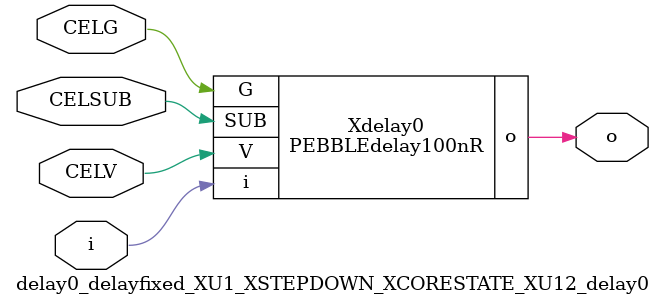
<source format=v>



module PEBBLEdelay100nR ( o, V, G, i, SUB );

  input V;
  input i;
  input G;
  output o;
  input SUB;
endmodule

//Celera Confidential Do Not Copy delay0_delayfixed_XU1_XSTEPDOWN_XCORESTATE_XU12_delay0
//TYPE: fixed 100ns
module delay0_delayfixed_XU1_XSTEPDOWN_XCORESTATE_XU12_delay0 (i, CELV, o,
CELG,CELSUB);
input CELV;
input i;
output o;
input CELSUB;
input CELG;

//Celera Confidential Do Not Copy delayfast0
PEBBLEdelay100nR Xdelay0(
.V (CELV),
.i (i),
.o (o),
.G (CELG),
.SUB (CELSUB)
);
//,diesize,PEBBLEdelay100nR

//Celera Confidential Do Not Copy Module End
//Celera Schematic Generator
endmodule

</source>
